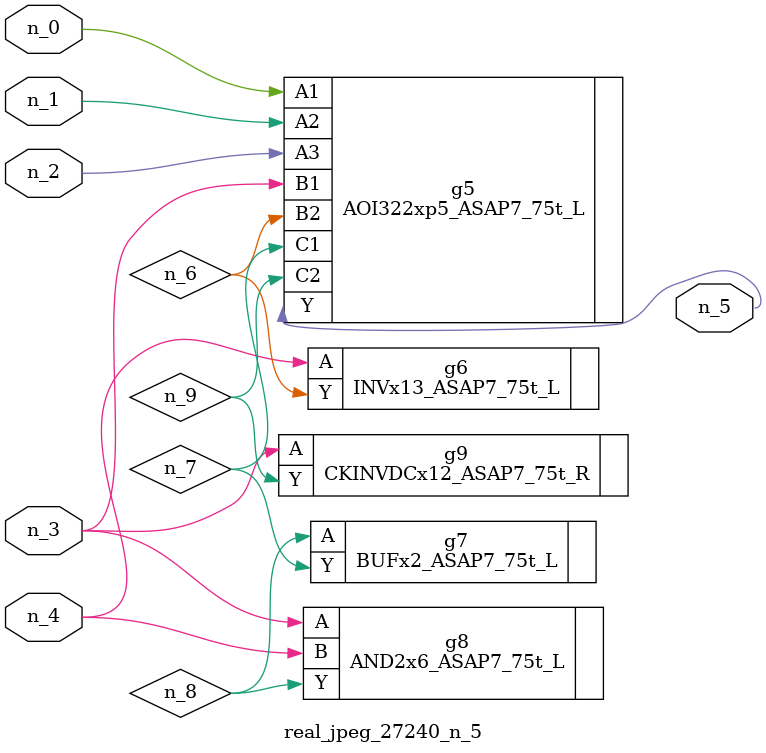
<source format=v>
module real_jpeg_27240_n_5 (n_4, n_0, n_1, n_2, n_3, n_5);

input n_4;
input n_0;
input n_1;
input n_2;
input n_3;

output n_5;

wire n_8;
wire n_6;
wire n_7;
wire n_9;

AOI322xp5_ASAP7_75t_L g5 ( 
.A1(n_0),
.A2(n_1),
.A3(n_2),
.B1(n_3),
.B2(n_6),
.C1(n_7),
.C2(n_9),
.Y(n_5)
);

AND2x6_ASAP7_75t_L g8 ( 
.A(n_3),
.B(n_4),
.Y(n_8)
);

CKINVDCx12_ASAP7_75t_R g9 ( 
.A(n_3),
.Y(n_9)
);

INVx13_ASAP7_75t_L g6 ( 
.A(n_4),
.Y(n_6)
);

BUFx2_ASAP7_75t_L g7 ( 
.A(n_8),
.Y(n_7)
);


endmodule
</source>
